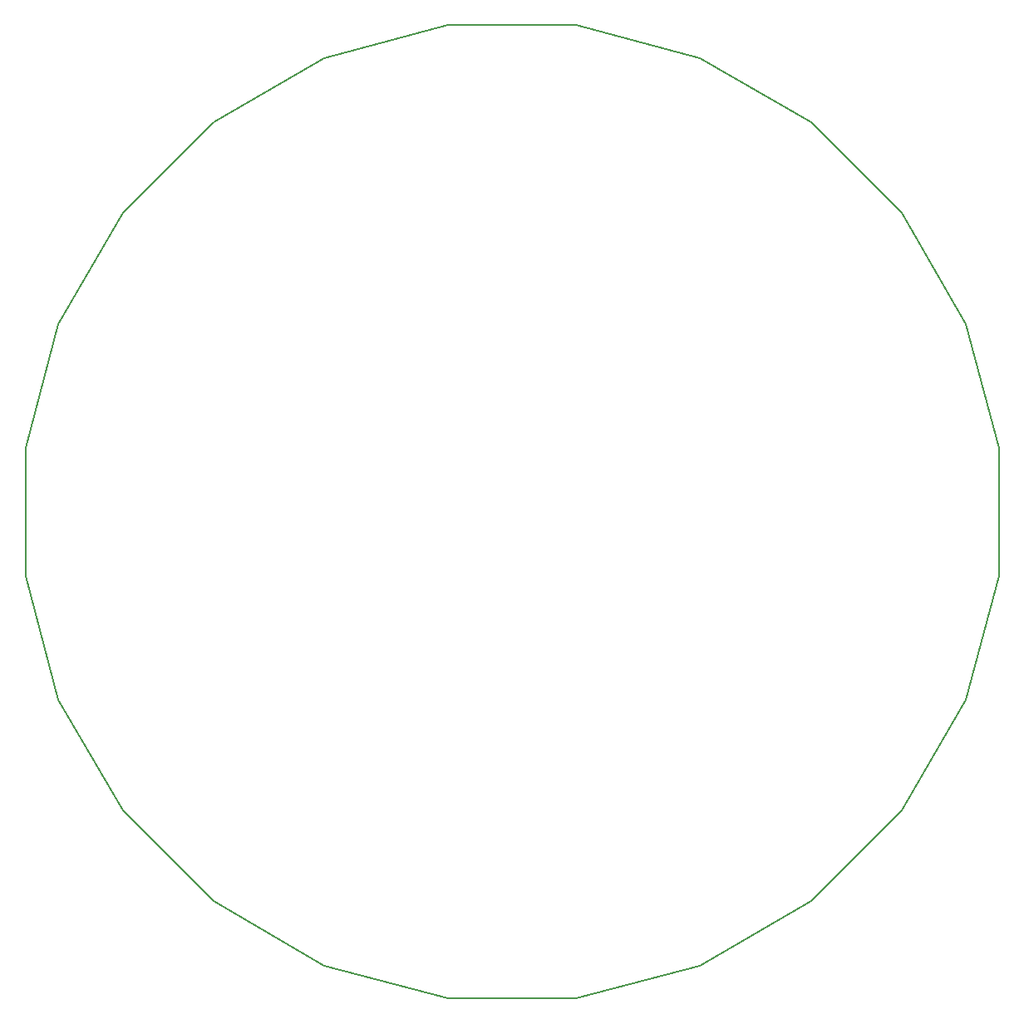
<source format=gm1>
%TF.GenerationSoftware,KiCad,Pcbnew,(6.0.9)*%
%TF.CreationDate,2022-11-25T11:26:23-05:00*%
%TF.ProjectId,hub,6875622e-6b69-4636-9164-5f7063625858,rev?*%
%TF.SameCoordinates,Original*%
%TF.FileFunction,Profile,NP*%
%FSLAX46Y46*%
G04 Gerber Fmt 4.6, Leading zero omitted, Abs format (unit mm)*
G04 Created by KiCad (PCBNEW (6.0.9)) date 2022-11-25 11:26:23*
%MOMM*%
%LPD*%
G01*
G04 APERTURE LIST*
%TA.AperFunction,Profile*%
%ADD10C,0.200000*%
%TD*%
G04 APERTURE END LIST*
D10*
X30438071Y39667667D02*
X19134172Y46193977D01*
X19134172Y-46193977D02*
X30438071Y-39667667D01*
X-46193977Y19134172D02*
X-49572243Y6526310D01*
X-30438071Y39667667D02*
X-39667667Y30438071D01*
X19134172Y46193977D02*
X6526310Y49572243D01*
X-6526310Y-49572243D02*
X6526310Y-49572243D01*
X-6526310Y49572243D02*
X-19134172Y46193977D01*
X-39667667Y-30438071D02*
X-30438071Y-39667667D01*
X46193977Y-19134172D02*
X49572243Y-6526310D01*
X-19134172Y46193977D02*
X-30438071Y39667667D01*
X-46193977Y-19134172D02*
X-39667667Y-30438071D01*
X-30438071Y-39667667D02*
X-19134172Y-46193977D01*
X6526310Y49572243D02*
X-6526310Y49572243D01*
X39667667Y-30438071D02*
X46193977Y-19134172D01*
X49572243Y6526310D02*
X46193977Y19134172D01*
X-49572243Y-6526310D02*
X-46193977Y-19134172D01*
X6526310Y-49572243D02*
X19134172Y-46193977D01*
X-49572243Y6526310D02*
X-49572243Y-6526310D01*
X49572243Y-6526310D02*
X49572243Y6526310D01*
X-19134172Y-46193977D02*
X-6526310Y-49572243D01*
X-39667667Y30438071D02*
X-46193977Y19134172D01*
X30438071Y-39667667D02*
X39667667Y-30438071D01*
X39667667Y30438071D02*
X30438071Y39667667D01*
X46193977Y19134172D02*
X39667667Y30438071D01*
M02*

</source>
